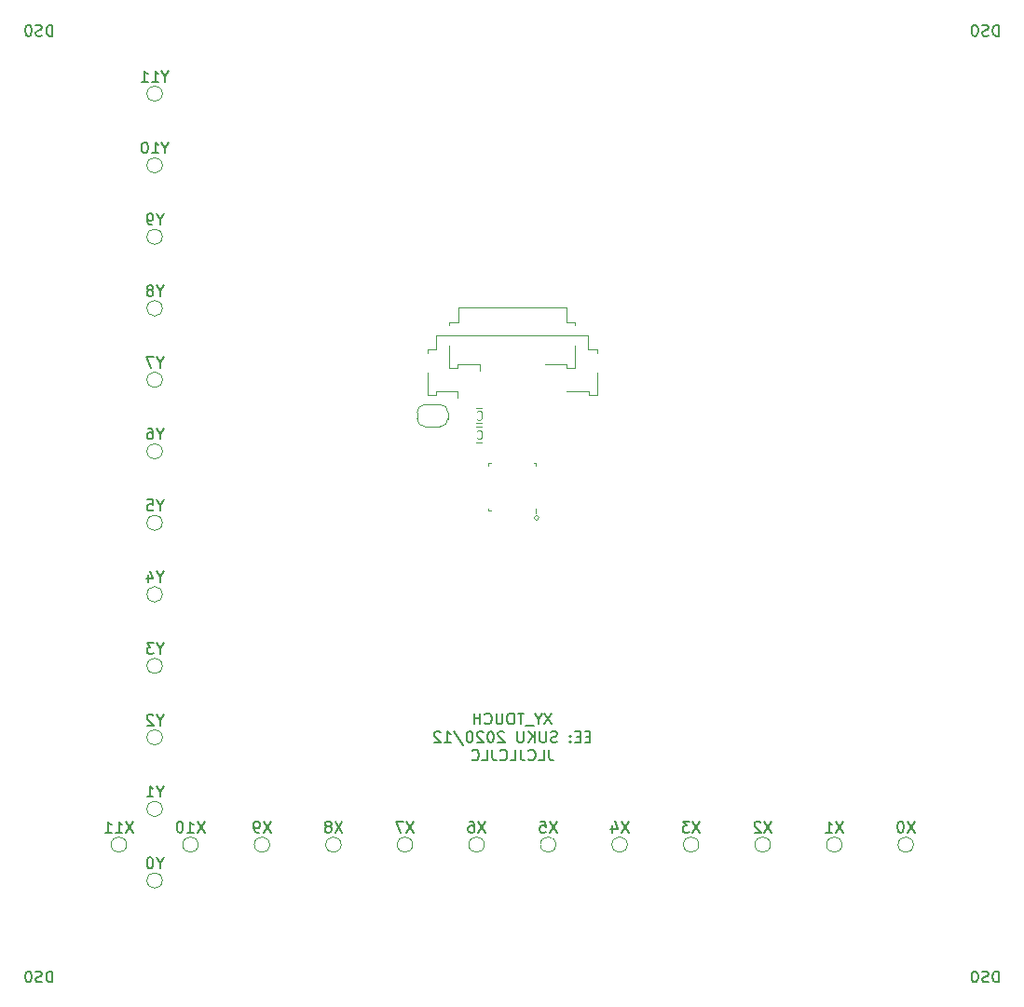
<source format=gbr>
G04 #@! TF.GenerationSoftware,KiCad,Pcbnew,(5.1.6)-1*
G04 #@! TF.CreationDate,2020-12-27T15:17:30+01:00*
G04 #@! TF.ProjectId,XY_TOUCH,58595f54-4f55-4434-982e-6b696361645f,rev?*
G04 #@! TF.SameCoordinates,Original*
G04 #@! TF.FileFunction,Legend,Bot*
G04 #@! TF.FilePolarity,Positive*
%FSLAX46Y46*%
G04 Gerber Fmt 4.6, Leading zero omitted, Abs format (unit mm)*
G04 Created by KiCad (PCBNEW (5.1.6)-1) date 2020-12-27 15:17:30*
%MOMM*%
%LPD*%
G01*
G04 APERTURE LIST*
%ADD10C,0.150000*%
%ADD11C,0.120000*%
G04 APERTURE END LIST*
D10*
X103595238Y-120552380D02*
X102928571Y-121552380D01*
X102928571Y-120552380D02*
X103595238Y-121552380D01*
X102357142Y-121076190D02*
X102357142Y-121552380D01*
X102690476Y-120552380D02*
X102357142Y-121076190D01*
X102023809Y-120552380D01*
X101928571Y-121647619D02*
X101166666Y-121647619D01*
X101071428Y-120552380D02*
X100500000Y-120552380D01*
X100785714Y-121552380D02*
X100785714Y-120552380D01*
X99976190Y-120552380D02*
X99785714Y-120552380D01*
X99690476Y-120600000D01*
X99595238Y-120695238D01*
X99547619Y-120885714D01*
X99547619Y-121219047D01*
X99595238Y-121409523D01*
X99690476Y-121504761D01*
X99785714Y-121552380D01*
X99976190Y-121552380D01*
X100071428Y-121504761D01*
X100166666Y-121409523D01*
X100214285Y-121219047D01*
X100214285Y-120885714D01*
X100166666Y-120695238D01*
X100071428Y-120600000D01*
X99976190Y-120552380D01*
X99119047Y-120552380D02*
X99119047Y-121361904D01*
X99071428Y-121457142D01*
X99023809Y-121504761D01*
X98928571Y-121552380D01*
X98738095Y-121552380D01*
X98642857Y-121504761D01*
X98595238Y-121457142D01*
X98547619Y-121361904D01*
X98547619Y-120552380D01*
X97500000Y-121457142D02*
X97547619Y-121504761D01*
X97690476Y-121552380D01*
X97785714Y-121552380D01*
X97928571Y-121504761D01*
X98023809Y-121409523D01*
X98071428Y-121314285D01*
X98119047Y-121123809D01*
X98119047Y-120980952D01*
X98071428Y-120790476D01*
X98023809Y-120695238D01*
X97928571Y-120600000D01*
X97785714Y-120552380D01*
X97690476Y-120552380D01*
X97547619Y-120600000D01*
X97500000Y-120647619D01*
X97071428Y-121552380D02*
X97071428Y-120552380D01*
X97071428Y-121028571D02*
X96500000Y-121028571D01*
X96500000Y-121552380D02*
X96500000Y-120552380D01*
X107071428Y-122678571D02*
X106738095Y-122678571D01*
X106595238Y-123202380D02*
X107071428Y-123202380D01*
X107071428Y-122202380D01*
X106595238Y-122202380D01*
X106166666Y-122678571D02*
X105833333Y-122678571D01*
X105690476Y-123202380D02*
X106166666Y-123202380D01*
X106166666Y-122202380D01*
X105690476Y-122202380D01*
X105261904Y-123107142D02*
X105214285Y-123154761D01*
X105261904Y-123202380D01*
X105309523Y-123154761D01*
X105261904Y-123107142D01*
X105261904Y-123202380D01*
X105261904Y-122583333D02*
X105214285Y-122630952D01*
X105261904Y-122678571D01*
X105309523Y-122630952D01*
X105261904Y-122583333D01*
X105261904Y-122678571D01*
X104071428Y-123154761D02*
X103928571Y-123202380D01*
X103690476Y-123202380D01*
X103595238Y-123154761D01*
X103547619Y-123107142D01*
X103500000Y-123011904D01*
X103500000Y-122916666D01*
X103547619Y-122821428D01*
X103595238Y-122773809D01*
X103690476Y-122726190D01*
X103880952Y-122678571D01*
X103976190Y-122630952D01*
X104023809Y-122583333D01*
X104071428Y-122488095D01*
X104071428Y-122392857D01*
X104023809Y-122297619D01*
X103976190Y-122250000D01*
X103880952Y-122202380D01*
X103642857Y-122202380D01*
X103500000Y-122250000D01*
X103071428Y-122202380D02*
X103071428Y-123011904D01*
X103023809Y-123107142D01*
X102976190Y-123154761D01*
X102880952Y-123202380D01*
X102690476Y-123202380D01*
X102595238Y-123154761D01*
X102547619Y-123107142D01*
X102500000Y-123011904D01*
X102500000Y-122202380D01*
X102023809Y-123202380D02*
X102023809Y-122202380D01*
X101452380Y-123202380D02*
X101880952Y-122630952D01*
X101452380Y-122202380D02*
X102023809Y-122773809D01*
X101023809Y-122202380D02*
X101023809Y-123011904D01*
X100976190Y-123107142D01*
X100928571Y-123154761D01*
X100833333Y-123202380D01*
X100642857Y-123202380D01*
X100547619Y-123154761D01*
X100500000Y-123107142D01*
X100452380Y-123011904D01*
X100452380Y-122202380D01*
X99261904Y-122297619D02*
X99214285Y-122250000D01*
X99119047Y-122202380D01*
X98880952Y-122202380D01*
X98785714Y-122250000D01*
X98738095Y-122297619D01*
X98690476Y-122392857D01*
X98690476Y-122488095D01*
X98738095Y-122630952D01*
X99309523Y-123202380D01*
X98690476Y-123202380D01*
X98071428Y-122202380D02*
X97976190Y-122202380D01*
X97880952Y-122250000D01*
X97833333Y-122297619D01*
X97785714Y-122392857D01*
X97738095Y-122583333D01*
X97738095Y-122821428D01*
X97785714Y-123011904D01*
X97833333Y-123107142D01*
X97880952Y-123154761D01*
X97976190Y-123202380D01*
X98071428Y-123202380D01*
X98166666Y-123154761D01*
X98214285Y-123107142D01*
X98261904Y-123011904D01*
X98309523Y-122821428D01*
X98309523Y-122583333D01*
X98261904Y-122392857D01*
X98214285Y-122297619D01*
X98166666Y-122250000D01*
X98071428Y-122202380D01*
X97357142Y-122297619D02*
X97309523Y-122250000D01*
X97214285Y-122202380D01*
X96976190Y-122202380D01*
X96880952Y-122250000D01*
X96833333Y-122297619D01*
X96785714Y-122392857D01*
X96785714Y-122488095D01*
X96833333Y-122630952D01*
X97404761Y-123202380D01*
X96785714Y-123202380D01*
X96166666Y-122202380D02*
X96071428Y-122202380D01*
X95976190Y-122250000D01*
X95928571Y-122297619D01*
X95880952Y-122392857D01*
X95833333Y-122583333D01*
X95833333Y-122821428D01*
X95880952Y-123011904D01*
X95928571Y-123107142D01*
X95976190Y-123154761D01*
X96071428Y-123202380D01*
X96166666Y-123202380D01*
X96261904Y-123154761D01*
X96309523Y-123107142D01*
X96357142Y-123011904D01*
X96404761Y-122821428D01*
X96404761Y-122583333D01*
X96357142Y-122392857D01*
X96309523Y-122297619D01*
X96261904Y-122250000D01*
X96166666Y-122202380D01*
X94690476Y-122154761D02*
X95547619Y-123440476D01*
X93833333Y-123202380D02*
X94404761Y-123202380D01*
X94119047Y-123202380D02*
X94119047Y-122202380D01*
X94214285Y-122345238D01*
X94309523Y-122440476D01*
X94404761Y-122488095D01*
X93452380Y-122297619D02*
X93404761Y-122250000D01*
X93309523Y-122202380D01*
X93071428Y-122202380D01*
X92976190Y-122250000D01*
X92928571Y-122297619D01*
X92880952Y-122392857D01*
X92880952Y-122488095D01*
X92928571Y-122630952D01*
X93500000Y-123202380D01*
X92880952Y-123202380D01*
X103333333Y-123852380D02*
X103333333Y-124566666D01*
X103380952Y-124709523D01*
X103476190Y-124804761D01*
X103619047Y-124852380D01*
X103714285Y-124852380D01*
X102380952Y-124852380D02*
X102857142Y-124852380D01*
X102857142Y-123852380D01*
X101476190Y-124757142D02*
X101523809Y-124804761D01*
X101666666Y-124852380D01*
X101761904Y-124852380D01*
X101904761Y-124804761D01*
X102000000Y-124709523D01*
X102047619Y-124614285D01*
X102095238Y-124423809D01*
X102095238Y-124280952D01*
X102047619Y-124090476D01*
X102000000Y-123995238D01*
X101904761Y-123900000D01*
X101761904Y-123852380D01*
X101666666Y-123852380D01*
X101523809Y-123900000D01*
X101476190Y-123947619D01*
X100761904Y-123852380D02*
X100761904Y-124566666D01*
X100809523Y-124709523D01*
X100904761Y-124804761D01*
X101047619Y-124852380D01*
X101142857Y-124852380D01*
X99809523Y-124852380D02*
X100285714Y-124852380D01*
X100285714Y-123852380D01*
X98904761Y-124757142D02*
X98952380Y-124804761D01*
X99095238Y-124852380D01*
X99190476Y-124852380D01*
X99333333Y-124804761D01*
X99428571Y-124709523D01*
X99476190Y-124614285D01*
X99523809Y-124423809D01*
X99523809Y-124280952D01*
X99476190Y-124090476D01*
X99428571Y-123995238D01*
X99333333Y-123900000D01*
X99190476Y-123852380D01*
X99095238Y-123852380D01*
X98952380Y-123900000D01*
X98904761Y-123947619D01*
X98190476Y-123852380D02*
X98190476Y-124566666D01*
X98238095Y-124709523D01*
X98333333Y-124804761D01*
X98476190Y-124852380D01*
X98571428Y-124852380D01*
X97238095Y-124852380D02*
X97714285Y-124852380D01*
X97714285Y-123852380D01*
X96333333Y-124757142D02*
X96380952Y-124804761D01*
X96523809Y-124852380D01*
X96619047Y-124852380D01*
X96761904Y-124804761D01*
X96857142Y-124709523D01*
X96904761Y-124614285D01*
X96952380Y-124423809D01*
X96952380Y-124280952D01*
X96904761Y-124090476D01*
X96857142Y-123995238D01*
X96761904Y-123900000D01*
X96619047Y-123852380D01*
X96523809Y-123852380D01*
X96380952Y-123900000D01*
X96333333Y-123947619D01*
D11*
X102400000Y-102800000D02*
G75*
G03*
X102400000Y-102800000I-200000J0D01*
G01*
X102150000Y-101925000D02*
X102150000Y-102375000D01*
X97850000Y-102150000D02*
X98075000Y-102150000D01*
X97850000Y-101925000D02*
X97850000Y-102150000D01*
X97850000Y-97850000D02*
X98075000Y-97850000D01*
X97850000Y-98075000D02*
X97850000Y-97850000D01*
X102150000Y-97850000D02*
X101925000Y-97850000D01*
X102150000Y-98075000D02*
X102150000Y-97850000D01*
X97258578Y-94540000D02*
X96741422Y-94540000D01*
X97258578Y-95960000D02*
X96741422Y-95960000D01*
X96771400Y-94919800D02*
X96898400Y-94843600D01*
X96898400Y-94843600D02*
X97050800Y-94843600D01*
X97050800Y-94843600D02*
X97177800Y-94945200D01*
X97177800Y-94945200D02*
X97228600Y-95097600D01*
X97228600Y-95097600D02*
X97254000Y-95224600D01*
X96771400Y-95554800D02*
X96898400Y-95631000D01*
X96898400Y-95631000D02*
X97050800Y-95631000D01*
X97050800Y-95631000D02*
X97177800Y-95529400D01*
X97177800Y-95529400D02*
X97228600Y-95377000D01*
X97228600Y-95377000D02*
X97254000Y-95250000D01*
X97258578Y-92790000D02*
X96741422Y-92790000D01*
X97258578Y-94210000D02*
X96741422Y-94210000D01*
X96771400Y-93169800D02*
X96898400Y-93093600D01*
X96898400Y-93093600D02*
X97050800Y-93093600D01*
X97050800Y-93093600D02*
X97177800Y-93195200D01*
X97177800Y-93195200D02*
X97228600Y-93347600D01*
X97228600Y-93347600D02*
X97254000Y-93474600D01*
X96771400Y-93804800D02*
X96898400Y-93881000D01*
X96898400Y-93881000D02*
X97050800Y-93881000D01*
X97050800Y-93881000D02*
X97177800Y-93779400D01*
X97177800Y-93779400D02*
X97228600Y-93627000D01*
X97228600Y-93627000D02*
X97254000Y-93500000D01*
X95040000Y-91910000D02*
X95040000Y-91320000D01*
X95040000Y-91320000D02*
X93060000Y-91320000D01*
X93060000Y-91320000D02*
X93060000Y-91670000D01*
X93060000Y-91670000D02*
X92290000Y-91670000D01*
X92290000Y-91670000D02*
X92290000Y-89620000D01*
X92290000Y-87800000D02*
X92290000Y-87500000D01*
X92290000Y-87500000D02*
X93090000Y-87500000D01*
X93090000Y-87500000D02*
X93090000Y-86200000D01*
X93090000Y-86200000D02*
X106910000Y-86200000D01*
X106910000Y-86200000D02*
X106910000Y-87500000D01*
X106910000Y-87500000D02*
X107710000Y-87500000D01*
X107710000Y-87500000D02*
X107710000Y-87800000D01*
X107710000Y-89620000D02*
X107710000Y-91670000D01*
X107710000Y-91670000D02*
X106940000Y-91670000D01*
X106940000Y-91670000D02*
X106940000Y-91320000D01*
X106940000Y-91320000D02*
X104960000Y-91320000D01*
X97040000Y-89410000D02*
X97040000Y-88820000D01*
X97040000Y-88820000D02*
X95060000Y-88820000D01*
X95060000Y-88820000D02*
X95060000Y-89170000D01*
X95060000Y-89170000D02*
X94290000Y-89170000D01*
X94290000Y-89170000D02*
X94290000Y-87120000D01*
X94290000Y-85300000D02*
X94290000Y-85000000D01*
X94290000Y-85000000D02*
X95090000Y-85000000D01*
X95090000Y-85000000D02*
X95090000Y-83700000D01*
X95090000Y-83700000D02*
X104910000Y-83700000D01*
X104910000Y-83700000D02*
X104910000Y-85000000D01*
X104910000Y-85000000D02*
X105710000Y-85000000D01*
X105710000Y-85000000D02*
X105710000Y-85300000D01*
X105710000Y-87120000D02*
X105710000Y-89170000D01*
X105710000Y-89170000D02*
X104940000Y-89170000D01*
X104940000Y-89170000D02*
X104940000Y-88820000D01*
X104940000Y-88820000D02*
X102960000Y-88820000D01*
X94150000Y-93800000D02*
X94150000Y-93200000D01*
X92050000Y-94500000D02*
X93450000Y-94500000D01*
X91350000Y-93200000D02*
X91350000Y-93800000D01*
X93450000Y-92500000D02*
X92050000Y-92500000D01*
X94150000Y-93200000D02*
G75*
G03*
X93450000Y-92500000I-700000J0D01*
G01*
X93450000Y-94500000D02*
G75*
G03*
X94150000Y-93800000I0J700000D01*
G01*
X91350000Y-93800000D02*
G75*
G03*
X92050000Y-94500000I700000J0D01*
G01*
X92050000Y-92500000D02*
G75*
G03*
X91350000Y-93200000I0J-700000D01*
G01*
X68200000Y-135750000D02*
G75*
G03*
X68200000Y-135750000I-700000J0D01*
G01*
X68200000Y-129250000D02*
G75*
G03*
X68200000Y-129250000I-700000J0D01*
G01*
X68200000Y-122750000D02*
G75*
G03*
X68200000Y-122750000I-700000J0D01*
G01*
X68200000Y-116250000D02*
G75*
G03*
X68200000Y-116250000I-700000J0D01*
G01*
X68200000Y-109750000D02*
G75*
G03*
X68200000Y-109750000I-700000J0D01*
G01*
X68200000Y-103250000D02*
G75*
G03*
X68200000Y-103250000I-700000J0D01*
G01*
X68200000Y-96750000D02*
G75*
G03*
X68200000Y-96750000I-700000J0D01*
G01*
X68200000Y-90250000D02*
G75*
G03*
X68200000Y-90250000I-700000J0D01*
G01*
X68200000Y-83750000D02*
G75*
G03*
X68200000Y-83750000I-700000J0D01*
G01*
X68200000Y-77250000D02*
G75*
G03*
X68200000Y-77250000I-700000J0D01*
G01*
X68200000Y-70750000D02*
G75*
G03*
X68200000Y-70750000I-700000J0D01*
G01*
X136450000Y-132500000D02*
G75*
G03*
X136450000Y-132500000I-700000J0D01*
G01*
X129950000Y-132500000D02*
G75*
G03*
X129950000Y-132500000I-700000J0D01*
G01*
X123450000Y-132500000D02*
G75*
G03*
X123450000Y-132500000I-700000J0D01*
G01*
X116950000Y-132500000D02*
G75*
G03*
X116950000Y-132500000I-700000J0D01*
G01*
X110450000Y-132500000D02*
G75*
G03*
X110450000Y-132500000I-700000J0D01*
G01*
X103950000Y-132500000D02*
G75*
G03*
X103950000Y-132500000I-700000J0D01*
G01*
X97450000Y-132500000D02*
G75*
G03*
X97450000Y-132500000I-700000J0D01*
G01*
X90950000Y-132500000D02*
G75*
G03*
X90950000Y-132500000I-700000J0D01*
G01*
X84450000Y-132500000D02*
G75*
G03*
X84450000Y-132500000I-700000J0D01*
G01*
X77950000Y-132500000D02*
G75*
G03*
X77950000Y-132500000I-700000J0D01*
G01*
X71450000Y-132500000D02*
G75*
G03*
X71450000Y-132500000I-700000J0D01*
G01*
X64950000Y-132500000D02*
G75*
G03*
X64950000Y-132500000I-700000J0D01*
G01*
X68200000Y-64250000D02*
G75*
G03*
X68200000Y-64250000I-700000J0D01*
G01*
D10*
X67976190Y-134176190D02*
X67976190Y-134652380D01*
X68309523Y-133652380D02*
X67976190Y-134176190D01*
X67642857Y-133652380D01*
X67119047Y-133652380D02*
X67023809Y-133652380D01*
X66928571Y-133700000D01*
X66880952Y-133747619D01*
X66833333Y-133842857D01*
X66785714Y-134033333D01*
X66785714Y-134271428D01*
X66833333Y-134461904D01*
X66880952Y-134557142D01*
X66928571Y-134604761D01*
X67023809Y-134652380D01*
X67119047Y-134652380D01*
X67214285Y-134604761D01*
X67261904Y-134557142D01*
X67309523Y-134461904D01*
X67357142Y-134271428D01*
X67357142Y-134033333D01*
X67309523Y-133842857D01*
X67261904Y-133747619D01*
X67214285Y-133700000D01*
X67119047Y-133652380D01*
X67976190Y-127676190D02*
X67976190Y-128152380D01*
X68309523Y-127152380D02*
X67976190Y-127676190D01*
X67642857Y-127152380D01*
X66785714Y-128152380D02*
X67357142Y-128152380D01*
X67071428Y-128152380D02*
X67071428Y-127152380D01*
X67166666Y-127295238D01*
X67261904Y-127390476D01*
X67357142Y-127438095D01*
X67976190Y-121176190D02*
X67976190Y-121652380D01*
X68309523Y-120652380D02*
X67976190Y-121176190D01*
X67642857Y-120652380D01*
X67357142Y-120747619D02*
X67309523Y-120700000D01*
X67214285Y-120652380D01*
X66976190Y-120652380D01*
X66880952Y-120700000D01*
X66833333Y-120747619D01*
X66785714Y-120842857D01*
X66785714Y-120938095D01*
X66833333Y-121080952D01*
X67404761Y-121652380D01*
X66785714Y-121652380D01*
X67976190Y-114676190D02*
X67976190Y-115152380D01*
X68309523Y-114152380D02*
X67976190Y-114676190D01*
X67642857Y-114152380D01*
X67404761Y-114152380D02*
X66785714Y-114152380D01*
X67119047Y-114533333D01*
X66976190Y-114533333D01*
X66880952Y-114580952D01*
X66833333Y-114628571D01*
X66785714Y-114723809D01*
X66785714Y-114961904D01*
X66833333Y-115057142D01*
X66880952Y-115104761D01*
X66976190Y-115152380D01*
X67261904Y-115152380D01*
X67357142Y-115104761D01*
X67404761Y-115057142D01*
X67976190Y-108176190D02*
X67976190Y-108652380D01*
X68309523Y-107652380D02*
X67976190Y-108176190D01*
X67642857Y-107652380D01*
X66880952Y-107985714D02*
X66880952Y-108652380D01*
X67119047Y-107604761D02*
X67357142Y-108319047D01*
X66738095Y-108319047D01*
X67976190Y-101676190D02*
X67976190Y-102152380D01*
X68309523Y-101152380D02*
X67976190Y-101676190D01*
X67642857Y-101152380D01*
X66833333Y-101152380D02*
X67309523Y-101152380D01*
X67357142Y-101628571D01*
X67309523Y-101580952D01*
X67214285Y-101533333D01*
X66976190Y-101533333D01*
X66880952Y-101580952D01*
X66833333Y-101628571D01*
X66785714Y-101723809D01*
X66785714Y-101961904D01*
X66833333Y-102057142D01*
X66880952Y-102104761D01*
X66976190Y-102152380D01*
X67214285Y-102152380D01*
X67309523Y-102104761D01*
X67357142Y-102057142D01*
X67976190Y-95176190D02*
X67976190Y-95652380D01*
X68309523Y-94652380D02*
X67976190Y-95176190D01*
X67642857Y-94652380D01*
X66880952Y-94652380D02*
X67071428Y-94652380D01*
X67166666Y-94700000D01*
X67214285Y-94747619D01*
X67309523Y-94890476D01*
X67357142Y-95080952D01*
X67357142Y-95461904D01*
X67309523Y-95557142D01*
X67261904Y-95604761D01*
X67166666Y-95652380D01*
X66976190Y-95652380D01*
X66880952Y-95604761D01*
X66833333Y-95557142D01*
X66785714Y-95461904D01*
X66785714Y-95223809D01*
X66833333Y-95128571D01*
X66880952Y-95080952D01*
X66976190Y-95033333D01*
X67166666Y-95033333D01*
X67261904Y-95080952D01*
X67309523Y-95128571D01*
X67357142Y-95223809D01*
X67976190Y-88676190D02*
X67976190Y-89152380D01*
X68309523Y-88152380D02*
X67976190Y-88676190D01*
X67642857Y-88152380D01*
X67404761Y-88152380D02*
X66738095Y-88152380D01*
X67166666Y-89152380D01*
X67976190Y-82176190D02*
X67976190Y-82652380D01*
X68309523Y-81652380D02*
X67976190Y-82176190D01*
X67642857Y-81652380D01*
X67166666Y-82080952D02*
X67261904Y-82033333D01*
X67309523Y-81985714D01*
X67357142Y-81890476D01*
X67357142Y-81842857D01*
X67309523Y-81747619D01*
X67261904Y-81700000D01*
X67166666Y-81652380D01*
X66976190Y-81652380D01*
X66880952Y-81700000D01*
X66833333Y-81747619D01*
X66785714Y-81842857D01*
X66785714Y-81890476D01*
X66833333Y-81985714D01*
X66880952Y-82033333D01*
X66976190Y-82080952D01*
X67166666Y-82080952D01*
X67261904Y-82128571D01*
X67309523Y-82176190D01*
X67357142Y-82271428D01*
X67357142Y-82461904D01*
X67309523Y-82557142D01*
X67261904Y-82604761D01*
X67166666Y-82652380D01*
X66976190Y-82652380D01*
X66880952Y-82604761D01*
X66833333Y-82557142D01*
X66785714Y-82461904D01*
X66785714Y-82271428D01*
X66833333Y-82176190D01*
X66880952Y-82128571D01*
X66976190Y-82080952D01*
X67976190Y-75676190D02*
X67976190Y-76152380D01*
X68309523Y-75152380D02*
X67976190Y-75676190D01*
X67642857Y-75152380D01*
X67261904Y-76152380D02*
X67071428Y-76152380D01*
X66976190Y-76104761D01*
X66928571Y-76057142D01*
X66833333Y-75914285D01*
X66785714Y-75723809D01*
X66785714Y-75342857D01*
X66833333Y-75247619D01*
X66880952Y-75200000D01*
X66976190Y-75152380D01*
X67166666Y-75152380D01*
X67261904Y-75200000D01*
X67309523Y-75247619D01*
X67357142Y-75342857D01*
X67357142Y-75580952D01*
X67309523Y-75676190D01*
X67261904Y-75723809D01*
X67166666Y-75771428D01*
X66976190Y-75771428D01*
X66880952Y-75723809D01*
X66833333Y-75676190D01*
X66785714Y-75580952D01*
X68452380Y-69176190D02*
X68452380Y-69652380D01*
X68785714Y-68652380D02*
X68452380Y-69176190D01*
X68119047Y-68652380D01*
X67261904Y-69652380D02*
X67833333Y-69652380D01*
X67547619Y-69652380D02*
X67547619Y-68652380D01*
X67642857Y-68795238D01*
X67738095Y-68890476D01*
X67833333Y-68938095D01*
X66642857Y-68652380D02*
X66547619Y-68652380D01*
X66452380Y-68700000D01*
X66404761Y-68747619D01*
X66357142Y-68842857D01*
X66309523Y-69033333D01*
X66309523Y-69271428D01*
X66357142Y-69461904D01*
X66404761Y-69557142D01*
X66452380Y-69604761D01*
X66547619Y-69652380D01*
X66642857Y-69652380D01*
X66738095Y-69604761D01*
X66785714Y-69557142D01*
X66833333Y-69461904D01*
X66880952Y-69271428D01*
X66880952Y-69033333D01*
X66833333Y-68842857D01*
X66785714Y-68747619D01*
X66738095Y-68700000D01*
X66642857Y-68652380D01*
X136559523Y-130402380D02*
X135892857Y-131402380D01*
X135892857Y-130402380D02*
X136559523Y-131402380D01*
X135321428Y-130402380D02*
X135226190Y-130402380D01*
X135130952Y-130450000D01*
X135083333Y-130497619D01*
X135035714Y-130592857D01*
X134988095Y-130783333D01*
X134988095Y-131021428D01*
X135035714Y-131211904D01*
X135083333Y-131307142D01*
X135130952Y-131354761D01*
X135226190Y-131402380D01*
X135321428Y-131402380D01*
X135416666Y-131354761D01*
X135464285Y-131307142D01*
X135511904Y-131211904D01*
X135559523Y-131021428D01*
X135559523Y-130783333D01*
X135511904Y-130592857D01*
X135464285Y-130497619D01*
X135416666Y-130450000D01*
X135321428Y-130402380D01*
X130059523Y-130402380D02*
X129392857Y-131402380D01*
X129392857Y-130402380D02*
X130059523Y-131402380D01*
X128488095Y-131402380D02*
X129059523Y-131402380D01*
X128773809Y-131402380D02*
X128773809Y-130402380D01*
X128869047Y-130545238D01*
X128964285Y-130640476D01*
X129059523Y-130688095D01*
X123559523Y-130402380D02*
X122892857Y-131402380D01*
X122892857Y-130402380D02*
X123559523Y-131402380D01*
X122559523Y-130497619D02*
X122511904Y-130450000D01*
X122416666Y-130402380D01*
X122178571Y-130402380D01*
X122083333Y-130450000D01*
X122035714Y-130497619D01*
X121988095Y-130592857D01*
X121988095Y-130688095D01*
X122035714Y-130830952D01*
X122607142Y-131402380D01*
X121988095Y-131402380D01*
X117059523Y-130402380D02*
X116392857Y-131402380D01*
X116392857Y-130402380D02*
X117059523Y-131402380D01*
X116107142Y-130402380D02*
X115488095Y-130402380D01*
X115821428Y-130783333D01*
X115678571Y-130783333D01*
X115583333Y-130830952D01*
X115535714Y-130878571D01*
X115488095Y-130973809D01*
X115488095Y-131211904D01*
X115535714Y-131307142D01*
X115583333Y-131354761D01*
X115678571Y-131402380D01*
X115964285Y-131402380D01*
X116059523Y-131354761D01*
X116107142Y-131307142D01*
X110559523Y-130402380D02*
X109892857Y-131402380D01*
X109892857Y-130402380D02*
X110559523Y-131402380D01*
X109083333Y-130735714D02*
X109083333Y-131402380D01*
X109321428Y-130354761D02*
X109559523Y-131069047D01*
X108940476Y-131069047D01*
X104059523Y-130402380D02*
X103392857Y-131402380D01*
X103392857Y-130402380D02*
X104059523Y-131402380D01*
X102535714Y-130402380D02*
X103011904Y-130402380D01*
X103059523Y-130878571D01*
X103011904Y-130830952D01*
X102916666Y-130783333D01*
X102678571Y-130783333D01*
X102583333Y-130830952D01*
X102535714Y-130878571D01*
X102488095Y-130973809D01*
X102488095Y-131211904D01*
X102535714Y-131307142D01*
X102583333Y-131354761D01*
X102678571Y-131402380D01*
X102916666Y-131402380D01*
X103011904Y-131354761D01*
X103059523Y-131307142D01*
X97559523Y-130402380D02*
X96892857Y-131402380D01*
X96892857Y-130402380D02*
X97559523Y-131402380D01*
X96083333Y-130402380D02*
X96273809Y-130402380D01*
X96369047Y-130450000D01*
X96416666Y-130497619D01*
X96511904Y-130640476D01*
X96559523Y-130830952D01*
X96559523Y-131211904D01*
X96511904Y-131307142D01*
X96464285Y-131354761D01*
X96369047Y-131402380D01*
X96178571Y-131402380D01*
X96083333Y-131354761D01*
X96035714Y-131307142D01*
X95988095Y-131211904D01*
X95988095Y-130973809D01*
X96035714Y-130878571D01*
X96083333Y-130830952D01*
X96178571Y-130783333D01*
X96369047Y-130783333D01*
X96464285Y-130830952D01*
X96511904Y-130878571D01*
X96559523Y-130973809D01*
X91059523Y-130402380D02*
X90392857Y-131402380D01*
X90392857Y-130402380D02*
X91059523Y-131402380D01*
X90107142Y-130402380D02*
X89440476Y-130402380D01*
X89869047Y-131402380D01*
X84559523Y-130402380D02*
X83892857Y-131402380D01*
X83892857Y-130402380D02*
X84559523Y-131402380D01*
X83369047Y-130830952D02*
X83464285Y-130783333D01*
X83511904Y-130735714D01*
X83559523Y-130640476D01*
X83559523Y-130592857D01*
X83511904Y-130497619D01*
X83464285Y-130450000D01*
X83369047Y-130402380D01*
X83178571Y-130402380D01*
X83083333Y-130450000D01*
X83035714Y-130497619D01*
X82988095Y-130592857D01*
X82988095Y-130640476D01*
X83035714Y-130735714D01*
X83083333Y-130783333D01*
X83178571Y-130830952D01*
X83369047Y-130830952D01*
X83464285Y-130878571D01*
X83511904Y-130926190D01*
X83559523Y-131021428D01*
X83559523Y-131211904D01*
X83511904Y-131307142D01*
X83464285Y-131354761D01*
X83369047Y-131402380D01*
X83178571Y-131402380D01*
X83083333Y-131354761D01*
X83035714Y-131307142D01*
X82988095Y-131211904D01*
X82988095Y-131021428D01*
X83035714Y-130926190D01*
X83083333Y-130878571D01*
X83178571Y-130830952D01*
X78059523Y-130402380D02*
X77392857Y-131402380D01*
X77392857Y-130402380D02*
X78059523Y-131402380D01*
X76964285Y-131402380D02*
X76773809Y-131402380D01*
X76678571Y-131354761D01*
X76630952Y-131307142D01*
X76535714Y-131164285D01*
X76488095Y-130973809D01*
X76488095Y-130592857D01*
X76535714Y-130497619D01*
X76583333Y-130450000D01*
X76678571Y-130402380D01*
X76869047Y-130402380D01*
X76964285Y-130450000D01*
X77011904Y-130497619D01*
X77059523Y-130592857D01*
X77059523Y-130830952D01*
X77011904Y-130926190D01*
X76964285Y-130973809D01*
X76869047Y-131021428D01*
X76678571Y-131021428D01*
X76583333Y-130973809D01*
X76535714Y-130926190D01*
X76488095Y-130830952D01*
X72035714Y-130402380D02*
X71369047Y-131402380D01*
X71369047Y-130402380D02*
X72035714Y-131402380D01*
X70464285Y-131402380D02*
X71035714Y-131402380D01*
X70750000Y-131402380D02*
X70750000Y-130402380D01*
X70845238Y-130545238D01*
X70940476Y-130640476D01*
X71035714Y-130688095D01*
X69845238Y-130402380D02*
X69750000Y-130402380D01*
X69654761Y-130450000D01*
X69607142Y-130497619D01*
X69559523Y-130592857D01*
X69511904Y-130783333D01*
X69511904Y-131021428D01*
X69559523Y-131211904D01*
X69607142Y-131307142D01*
X69654761Y-131354761D01*
X69750000Y-131402380D01*
X69845238Y-131402380D01*
X69940476Y-131354761D01*
X69988095Y-131307142D01*
X70035714Y-131211904D01*
X70083333Y-131021428D01*
X70083333Y-130783333D01*
X70035714Y-130592857D01*
X69988095Y-130497619D01*
X69940476Y-130450000D01*
X69845238Y-130402380D01*
X65535714Y-130402380D02*
X64869047Y-131402380D01*
X64869047Y-130402380D02*
X65535714Y-131402380D01*
X63964285Y-131402380D02*
X64535714Y-131402380D01*
X64250000Y-131402380D02*
X64250000Y-130402380D01*
X64345238Y-130545238D01*
X64440476Y-130640476D01*
X64535714Y-130688095D01*
X63011904Y-131402380D02*
X63583333Y-131402380D01*
X63297619Y-131402380D02*
X63297619Y-130402380D01*
X63392857Y-130545238D01*
X63488095Y-130640476D01*
X63583333Y-130688095D01*
X68452380Y-62676190D02*
X68452380Y-63152380D01*
X68785714Y-62152380D02*
X68452380Y-62676190D01*
X68119047Y-62152380D01*
X67261904Y-63152380D02*
X67833333Y-63152380D01*
X67547619Y-63152380D02*
X67547619Y-62152380D01*
X67642857Y-62295238D01*
X67738095Y-62390476D01*
X67833333Y-62438095D01*
X66309523Y-63152380D02*
X66880952Y-63152380D01*
X66595238Y-63152380D02*
X66595238Y-62152380D01*
X66690476Y-62295238D01*
X66785714Y-62390476D01*
X66880952Y-62438095D01*
X144214285Y-145002380D02*
X144214285Y-144002380D01*
X143976190Y-144002380D01*
X143833333Y-144050000D01*
X143738095Y-144145238D01*
X143690476Y-144240476D01*
X143642857Y-144430952D01*
X143642857Y-144573809D01*
X143690476Y-144764285D01*
X143738095Y-144859523D01*
X143833333Y-144954761D01*
X143976190Y-145002380D01*
X144214285Y-145002380D01*
X143261904Y-144954761D02*
X143119047Y-145002380D01*
X142880952Y-145002380D01*
X142785714Y-144954761D01*
X142738095Y-144907142D01*
X142690476Y-144811904D01*
X142690476Y-144716666D01*
X142738095Y-144621428D01*
X142785714Y-144573809D01*
X142880952Y-144526190D01*
X143071428Y-144478571D01*
X143166666Y-144430952D01*
X143214285Y-144383333D01*
X143261904Y-144288095D01*
X143261904Y-144192857D01*
X143214285Y-144097619D01*
X143166666Y-144050000D01*
X143071428Y-144002380D01*
X142833333Y-144002380D01*
X142690476Y-144050000D01*
X142071428Y-144002380D02*
X141976190Y-144002380D01*
X141880952Y-144050000D01*
X141833333Y-144097619D01*
X141785714Y-144192857D01*
X141738095Y-144383333D01*
X141738095Y-144621428D01*
X141785714Y-144811904D01*
X141833333Y-144907142D01*
X141880952Y-144954761D01*
X141976190Y-145002380D01*
X142071428Y-145002380D01*
X142166666Y-144954761D01*
X142214285Y-144907142D01*
X142261904Y-144811904D01*
X142309523Y-144621428D01*
X142309523Y-144383333D01*
X142261904Y-144192857D01*
X142214285Y-144097619D01*
X142166666Y-144050000D01*
X142071428Y-144002380D01*
X144214285Y-59002380D02*
X144214285Y-58002380D01*
X143976190Y-58002380D01*
X143833333Y-58050000D01*
X143738095Y-58145238D01*
X143690476Y-58240476D01*
X143642857Y-58430952D01*
X143642857Y-58573809D01*
X143690476Y-58764285D01*
X143738095Y-58859523D01*
X143833333Y-58954761D01*
X143976190Y-59002380D01*
X144214285Y-59002380D01*
X143261904Y-58954761D02*
X143119047Y-59002380D01*
X142880952Y-59002380D01*
X142785714Y-58954761D01*
X142738095Y-58907142D01*
X142690476Y-58811904D01*
X142690476Y-58716666D01*
X142738095Y-58621428D01*
X142785714Y-58573809D01*
X142880952Y-58526190D01*
X143071428Y-58478571D01*
X143166666Y-58430952D01*
X143214285Y-58383333D01*
X143261904Y-58288095D01*
X143261904Y-58192857D01*
X143214285Y-58097619D01*
X143166666Y-58050000D01*
X143071428Y-58002380D01*
X142833333Y-58002380D01*
X142690476Y-58050000D01*
X142071428Y-58002380D02*
X141976190Y-58002380D01*
X141880952Y-58050000D01*
X141833333Y-58097619D01*
X141785714Y-58192857D01*
X141738095Y-58383333D01*
X141738095Y-58621428D01*
X141785714Y-58811904D01*
X141833333Y-58907142D01*
X141880952Y-58954761D01*
X141976190Y-59002380D01*
X142071428Y-59002380D01*
X142166666Y-58954761D01*
X142214285Y-58907142D01*
X142261904Y-58811904D01*
X142309523Y-58621428D01*
X142309523Y-58383333D01*
X142261904Y-58192857D01*
X142214285Y-58097619D01*
X142166666Y-58050000D01*
X142071428Y-58002380D01*
X58214285Y-145002380D02*
X58214285Y-144002380D01*
X57976190Y-144002380D01*
X57833333Y-144050000D01*
X57738095Y-144145238D01*
X57690476Y-144240476D01*
X57642857Y-144430952D01*
X57642857Y-144573809D01*
X57690476Y-144764285D01*
X57738095Y-144859523D01*
X57833333Y-144954761D01*
X57976190Y-145002380D01*
X58214285Y-145002380D01*
X57261904Y-144954761D02*
X57119047Y-145002380D01*
X56880952Y-145002380D01*
X56785714Y-144954761D01*
X56738095Y-144907142D01*
X56690476Y-144811904D01*
X56690476Y-144716666D01*
X56738095Y-144621428D01*
X56785714Y-144573809D01*
X56880952Y-144526190D01*
X57071428Y-144478571D01*
X57166666Y-144430952D01*
X57214285Y-144383333D01*
X57261904Y-144288095D01*
X57261904Y-144192857D01*
X57214285Y-144097619D01*
X57166666Y-144050000D01*
X57071428Y-144002380D01*
X56833333Y-144002380D01*
X56690476Y-144050000D01*
X56071428Y-144002380D02*
X55976190Y-144002380D01*
X55880952Y-144050000D01*
X55833333Y-144097619D01*
X55785714Y-144192857D01*
X55738095Y-144383333D01*
X55738095Y-144621428D01*
X55785714Y-144811904D01*
X55833333Y-144907142D01*
X55880952Y-144954761D01*
X55976190Y-145002380D01*
X56071428Y-145002380D01*
X56166666Y-144954761D01*
X56214285Y-144907142D01*
X56261904Y-144811904D01*
X56309523Y-144621428D01*
X56309523Y-144383333D01*
X56261904Y-144192857D01*
X56214285Y-144097619D01*
X56166666Y-144050000D01*
X56071428Y-144002380D01*
X58214285Y-59002380D02*
X58214285Y-58002380D01*
X57976190Y-58002380D01*
X57833333Y-58050000D01*
X57738095Y-58145238D01*
X57690476Y-58240476D01*
X57642857Y-58430952D01*
X57642857Y-58573809D01*
X57690476Y-58764285D01*
X57738095Y-58859523D01*
X57833333Y-58954761D01*
X57976190Y-59002380D01*
X58214285Y-59002380D01*
X57261904Y-58954761D02*
X57119047Y-59002380D01*
X56880952Y-59002380D01*
X56785714Y-58954761D01*
X56738095Y-58907142D01*
X56690476Y-58811904D01*
X56690476Y-58716666D01*
X56738095Y-58621428D01*
X56785714Y-58573809D01*
X56880952Y-58526190D01*
X57071428Y-58478571D01*
X57166666Y-58430952D01*
X57214285Y-58383333D01*
X57261904Y-58288095D01*
X57261904Y-58192857D01*
X57214285Y-58097619D01*
X57166666Y-58050000D01*
X57071428Y-58002380D01*
X56833333Y-58002380D01*
X56690476Y-58050000D01*
X56071428Y-58002380D02*
X55976190Y-58002380D01*
X55880952Y-58050000D01*
X55833333Y-58097619D01*
X55785714Y-58192857D01*
X55738095Y-58383333D01*
X55738095Y-58621428D01*
X55785714Y-58811904D01*
X55833333Y-58907142D01*
X55880952Y-58954761D01*
X55976190Y-59002380D01*
X56071428Y-59002380D01*
X56166666Y-58954761D01*
X56214285Y-58907142D01*
X56261904Y-58811904D01*
X56309523Y-58621428D01*
X56309523Y-58383333D01*
X56261904Y-58192857D01*
X56214285Y-58097619D01*
X56166666Y-58050000D01*
X56071428Y-58002380D01*
M02*

</source>
